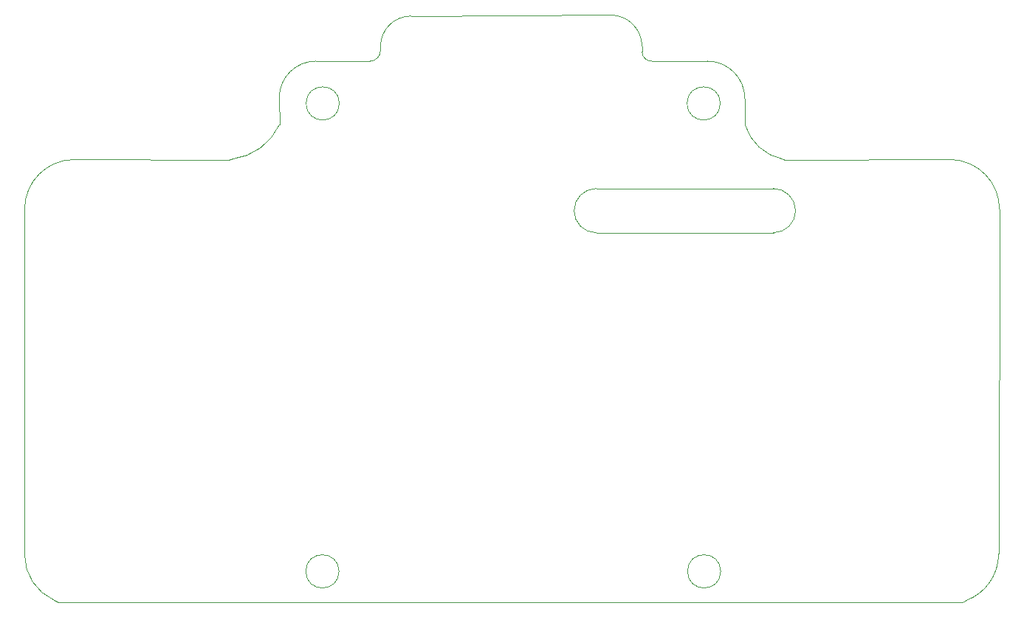
<source format=gbr>
%TF.GenerationSoftware,KiCad,Pcbnew,8.0.8*%
%TF.CreationDate,2025-03-07T18:47:06-08:00*%
%TF.ProjectId,ROCKETRY Camera PCB,524f434b-4554-4525-9920-43616d657261,Rev2.3*%
%TF.SameCoordinates,Original*%
%TF.FileFunction,Profile,NP*%
%FSLAX46Y46*%
G04 Gerber Fmt 4.6, Leading zero omitted, Abs format (unit mm)*
G04 Created by KiCad (PCBNEW 8.0.8) date 2025-03-07 18:47:06*
%MOMM*%
%LPD*%
G01*
G04 APERTURE LIST*
%TA.AperFunction,Profile*%
%ADD10C,0.050000*%
%TD*%
G04 APERTURE END LIST*
D10*
X119888000Y-68453000D02*
G75*
G02*
X116078000Y-68453000I-1905000J0D01*
G01*
X116078000Y-68453000D02*
G75*
G02*
X119888000Y-68453000I1905000J0D01*
G01*
X87630000Y-125730000D02*
X87185940Y-125509139D01*
X124600000Y-62400000D02*
X124620000Y-61900000D01*
X83800000Y-80600000D02*
X83800000Y-120300000D01*
X157505400Y-63576200D02*
X155700000Y-63600000D01*
X191712811Y-125569465D02*
X191320000Y-125730000D01*
X124600000Y-62400000D02*
G75*
G02*
X123400000Y-63600000I-1200000J0D01*
G01*
X170729058Y-74856774D02*
G75*
G02*
X166410000Y-70890000I1177042J5616274D01*
G01*
X83800000Y-80600000D02*
G75*
G02*
X89500000Y-74900000I5700000J0D01*
G01*
X195500000Y-120200000D02*
X195597491Y-80596614D01*
X166410000Y-70890000D02*
X166400000Y-67900000D01*
X172212000Y-80772002D02*
G75*
G02*
X169672000Y-83312000I-2540000J2D01*
G01*
X107090000Y-74930000D02*
X89500000Y-74900000D01*
X151000000Y-58300000D02*
G75*
G02*
X154600000Y-61900000I0J-3600000D01*
G01*
X149352000Y-78232000D02*
X169672000Y-78232000D01*
X190000000Y-74900001D02*
G75*
G02*
X195597477Y-80596614I-100000J-5696599D01*
G01*
X119855000Y-122200000D02*
G75*
G02*
X116045000Y-122200000I-1905000J0D01*
G01*
X116045000Y-122200000D02*
G75*
G02*
X119855000Y-122200000I1905000J0D01*
G01*
X195500000Y-120200000D02*
G75*
G02*
X191712811Y-125569465I-5700000J0D01*
G01*
X170729058Y-74856774D02*
X171100000Y-74930000D01*
X157505400Y-63576200D02*
X162100000Y-63600000D01*
X169672000Y-78232000D02*
G75*
G02*
X172212000Y-80772000I0J-2540000D01*
G01*
X113000000Y-67800000D02*
G75*
G02*
X117200000Y-63600000I4200000J0D01*
G01*
X113030051Y-70891423D02*
G75*
G02*
X107569000Y-74853799I-6264351J2889223D01*
G01*
X87630000Y-125730000D02*
X191320000Y-125730000D01*
X163630000Y-122200000D02*
G75*
G02*
X159820000Y-122200000I-1905000J0D01*
G01*
X159820000Y-122200000D02*
G75*
G02*
X163630000Y-122200000I1905000J0D01*
G01*
X149352000Y-83312000D02*
G75*
G02*
X146812000Y-80772000I0J2540000D01*
G01*
X113030000Y-70891400D02*
X113000000Y-67800000D01*
X123400000Y-63600000D02*
X117200000Y-63600000D01*
X190000000Y-74900001D02*
X171100000Y-74930000D01*
X107569000Y-74853800D02*
X107090000Y-74930000D01*
X124620000Y-61900000D02*
G75*
G02*
X128100000Y-58420000I3480000J0D01*
G01*
X149352000Y-83312000D02*
X169672000Y-83312000D01*
X146811999Y-80771999D02*
G75*
G02*
X149351999Y-78231999I2540001J-1D01*
G01*
X87185940Y-125509139D02*
G75*
G02*
X83800000Y-120300000I2314060J5209139D01*
G01*
X162100000Y-63600000D02*
G75*
G02*
X166400000Y-67900000I0J-4300000D01*
G01*
X151000000Y-58300000D02*
X128100000Y-58420000D01*
X155700000Y-63600000D02*
G75*
G02*
X154600000Y-62500000I0J1100000D01*
G01*
X154600000Y-62500000D02*
X154600000Y-61900000D01*
X163576000Y-68453000D02*
G75*
G02*
X159766000Y-68453000I-1905000J0D01*
G01*
X159766000Y-68453000D02*
G75*
G02*
X163576000Y-68453000I1905000J0D01*
G01*
M02*

</source>
